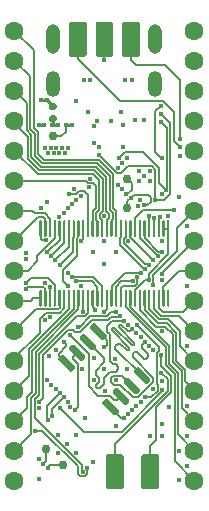
<source format=gbl>
G04 #@! TF.GenerationSoftware,KiCad,Pcbnew,5.1.9-1.fc33*
G04 #@! TF.CreationDate,2021-05-01T23:08:35+02:00*
G04 #@! TF.ProjectId,reDIP-SX,72654449-502d-4535-982e-6b696361645f,0.2*
G04 #@! TF.SameCoordinates,PX5e28010PY8011a50*
G04 #@! TF.FileFunction,Copper,L6,Bot*
G04 #@! TF.FilePolarity,Positive*
%FSLAX46Y46*%
G04 Gerber Fmt 4.6, Leading zero omitted, Abs format (unit mm)*
G04 Created by KiCad (PCBNEW 5.1.9-1.fc33) date 2021-05-01 23:08:35*
%MOMM*%
%LPD*%
G01*
G04 APERTURE LIST*
G04 #@! TA.AperFunction,ComponentPad*
%ADD10O,1.200000X2.500000*%
G04 #@! TD*
G04 #@! TA.AperFunction,ComponentPad*
%ADD11O,1.200000X2.200000*%
G04 #@! TD*
G04 #@! TA.AperFunction,ComponentPad*
%ADD12C,1.600000*%
G04 #@! TD*
G04 #@! TA.AperFunction,SMDPad,CuDef*
%ADD13C,0.750000*%
G04 #@! TD*
G04 #@! TA.AperFunction,ViaPad*
%ADD14C,0.400000*%
G04 #@! TD*
G04 #@! TA.AperFunction,Conductor*
%ADD15C,0.150000*%
G04 #@! TD*
G04 #@! TA.AperFunction,Conductor*
%ADD16C,0.200000*%
G04 #@! TD*
G04 #@! TA.AperFunction,Conductor*
%ADD17C,0.250000*%
G04 #@! TD*
G04 APERTURE END LIST*
G04 #@! TO.P,U10,28*
G04 #@! TO.N,/~CS~*
G04 #@! TA.AperFunction,SMDPad,CuDef*
G36*
G01*
X3590000Y17360000D02*
X3590000Y16060000D01*
G75*
G02*
X3540000Y16010000I-50000J0D01*
G01*
X3440000Y16010000D01*
G75*
G02*
X3390000Y16060000I0J50000D01*
G01*
X3390000Y17360000D01*
G75*
G02*
X3440000Y17410000I50000J0D01*
G01*
X3540000Y17410000D01*
G75*
G02*
X3590000Y17360000I0J-50000D01*
G01*
G37*
G04 #@! TD.AperFunction*
G04 #@! TO.P,U10,29*
G04 #@! TO.N,/ICE_~CS~*
G04 #@! TA.AperFunction,SMDPad,CuDef*
G36*
G01*
X3590000Y23260000D02*
X3590000Y21960000D01*
G75*
G02*
X3540000Y21910000I-50000J0D01*
G01*
X3440000Y21910000D01*
G75*
G02*
X3390000Y21960000I0J50000D01*
G01*
X3390000Y23260000D01*
G75*
G02*
X3440000Y23310000I50000J0D01*
G01*
X3540000Y23310000D01*
G75*
G02*
X3590000Y23260000I0J-50000D01*
G01*
G37*
G04 #@! TD.AperFunction*
G04 #@! TO.P,U10,27*
G04 #@! TO.N,/ICE_\u00D82*
G04 #@! TA.AperFunction,SMDPad,CuDef*
G36*
G01*
X3990000Y17360000D02*
X3990000Y16060000D01*
G75*
G02*
X3940000Y16010000I-50000J0D01*
G01*
X3840000Y16010000D01*
G75*
G02*
X3790000Y16060000I0J50000D01*
G01*
X3790000Y17360000D01*
G75*
G02*
X3840000Y17410000I50000J0D01*
G01*
X3940000Y17410000D01*
G75*
G02*
X3990000Y17360000I0J-50000D01*
G01*
G37*
G04 #@! TD.AperFunction*
G04 #@! TO.P,U10,30*
G04 #@! TO.N,/\u00D82*
G04 #@! TA.AperFunction,SMDPad,CuDef*
G36*
G01*
X3990000Y23260000D02*
X3990000Y21960000D01*
G75*
G02*
X3940000Y21910000I-50000J0D01*
G01*
X3840000Y21910000D01*
G75*
G02*
X3790000Y21960000I0J50000D01*
G01*
X3790000Y23260000D01*
G75*
G02*
X3840000Y23310000I50000J0D01*
G01*
X3940000Y23310000D01*
G75*
G02*
X3990000Y23260000I0J-50000D01*
G01*
G37*
G04 #@! TD.AperFunction*
G04 #@! TO.P,U10,26*
G04 #@! TO.N,/ICE_~RES~*
G04 #@! TA.AperFunction,SMDPad,CuDef*
G36*
G01*
X4390000Y17360000D02*
X4390000Y16060000D01*
G75*
G02*
X4340000Y16010000I-50000J0D01*
G01*
X4240000Y16010000D01*
G75*
G02*
X4190000Y16060000I0J50000D01*
G01*
X4190000Y17360000D01*
G75*
G02*
X4240000Y17410000I50000J0D01*
G01*
X4340000Y17410000D01*
G75*
G02*
X4390000Y17360000I0J-50000D01*
G01*
G37*
G04 #@! TD.AperFunction*
G04 #@! TO.P,U10,31*
G04 #@! TO.N,/~RES~*
G04 #@! TA.AperFunction,SMDPad,CuDef*
G36*
G01*
X4390000Y23260000D02*
X4390000Y21960000D01*
G75*
G02*
X4340000Y21910000I-50000J0D01*
G01*
X4240000Y21910000D01*
G75*
G02*
X4190000Y21960000I0J50000D01*
G01*
X4190000Y23260000D01*
G75*
G02*
X4240000Y23310000I50000J0D01*
G01*
X4340000Y23310000D01*
G75*
G02*
X4390000Y23260000I0J-50000D01*
G01*
G37*
G04 #@! TD.AperFunction*
G04 #@! TO.P,U10,25*
G04 #@! TO.N,/ICE_R_~W~*
G04 #@! TA.AperFunction,SMDPad,CuDef*
G36*
G01*
X4790000Y17360000D02*
X4790000Y16060000D01*
G75*
G02*
X4740000Y16010000I-50000J0D01*
G01*
X4640000Y16010000D01*
G75*
G02*
X4590000Y16060000I0J50000D01*
G01*
X4590000Y17360000D01*
G75*
G02*
X4640000Y17410000I50000J0D01*
G01*
X4740000Y17410000D01*
G75*
G02*
X4790000Y17360000I0J-50000D01*
G01*
G37*
G04 #@! TD.AperFunction*
G04 #@! TO.P,U10,32*
G04 #@! TO.N,/R_~W~*
G04 #@! TA.AperFunction,SMDPad,CuDef*
G36*
G01*
X4790000Y23260000D02*
X4790000Y21960000D01*
G75*
G02*
X4740000Y21910000I-50000J0D01*
G01*
X4640000Y21910000D01*
G75*
G02*
X4590000Y21960000I0J50000D01*
G01*
X4590000Y23260000D01*
G75*
G02*
X4640000Y23310000I50000J0D01*
G01*
X4740000Y23310000D01*
G75*
G02*
X4790000Y23260000I0J-50000D01*
G01*
G37*
G04 #@! TD.AperFunction*
G04 #@! TO.P,U10,24*
G04 #@! TO.N,/A0*
G04 #@! TA.AperFunction,SMDPad,CuDef*
G36*
G01*
X5190000Y17360000D02*
X5190000Y16060000D01*
G75*
G02*
X5140000Y16010000I-50000J0D01*
G01*
X5040000Y16010000D01*
G75*
G02*
X4990000Y16060000I0J50000D01*
G01*
X4990000Y17360000D01*
G75*
G02*
X5040000Y17410000I50000J0D01*
G01*
X5140000Y17410000D01*
G75*
G02*
X5190000Y17360000I0J-50000D01*
G01*
G37*
G04 #@! TD.AperFunction*
G04 #@! TO.P,U10,33*
G04 #@! TO.N,/ICE_A0*
G04 #@! TA.AperFunction,SMDPad,CuDef*
G36*
G01*
X5190000Y23260000D02*
X5190000Y21960000D01*
G75*
G02*
X5140000Y21910000I-50000J0D01*
G01*
X5040000Y21910000D01*
G75*
G02*
X4990000Y21960000I0J50000D01*
G01*
X4990000Y23260000D01*
G75*
G02*
X5040000Y23310000I50000J0D01*
G01*
X5140000Y23310000D01*
G75*
G02*
X5190000Y23260000I0J-50000D01*
G01*
G37*
G04 #@! TD.AperFunction*
G04 #@! TO.P,U10,23*
G04 #@! TO.N,/A1*
G04 #@! TA.AperFunction,SMDPad,CuDef*
G36*
G01*
X5590000Y17360000D02*
X5590000Y16060000D01*
G75*
G02*
X5540000Y16010000I-50000J0D01*
G01*
X5440000Y16010000D01*
G75*
G02*
X5390000Y16060000I0J50000D01*
G01*
X5390000Y17360000D01*
G75*
G02*
X5440000Y17410000I50000J0D01*
G01*
X5540000Y17410000D01*
G75*
G02*
X5590000Y17360000I0J-50000D01*
G01*
G37*
G04 #@! TD.AperFunction*
G04 #@! TO.P,U10,34*
G04 #@! TO.N,/ICE_A1*
G04 #@! TA.AperFunction,SMDPad,CuDef*
G36*
G01*
X5590000Y23260000D02*
X5590000Y21960000D01*
G75*
G02*
X5540000Y21910000I-50000J0D01*
G01*
X5440000Y21910000D01*
G75*
G02*
X5390000Y21960000I0J50000D01*
G01*
X5390000Y23260000D01*
G75*
G02*
X5440000Y23310000I50000J0D01*
G01*
X5540000Y23310000D01*
G75*
G02*
X5590000Y23260000I0J-50000D01*
G01*
G37*
G04 #@! TD.AperFunction*
G04 #@! TO.P,U10,22*
G04 #@! TO.N,/A2*
G04 #@! TA.AperFunction,SMDPad,CuDef*
G36*
G01*
X5990000Y17360000D02*
X5990000Y16060000D01*
G75*
G02*
X5940000Y16010000I-50000J0D01*
G01*
X5840000Y16010000D01*
G75*
G02*
X5790000Y16060000I0J50000D01*
G01*
X5790000Y17360000D01*
G75*
G02*
X5840000Y17410000I50000J0D01*
G01*
X5940000Y17410000D01*
G75*
G02*
X5990000Y17360000I0J-50000D01*
G01*
G37*
G04 #@! TD.AperFunction*
G04 #@! TO.P,U10,35*
G04 #@! TO.N,/ICE_A2*
G04 #@! TA.AperFunction,SMDPad,CuDef*
G36*
G01*
X5990000Y23260000D02*
X5990000Y21960000D01*
G75*
G02*
X5940000Y21910000I-50000J0D01*
G01*
X5840000Y21910000D01*
G75*
G02*
X5790000Y21960000I0J50000D01*
G01*
X5790000Y23260000D01*
G75*
G02*
X5840000Y23310000I50000J0D01*
G01*
X5940000Y23310000D01*
G75*
G02*
X5990000Y23260000I0J-50000D01*
G01*
G37*
G04 #@! TD.AperFunction*
G04 #@! TO.P,U10,21*
G04 #@! TO.N,/A3*
G04 #@! TA.AperFunction,SMDPad,CuDef*
G36*
G01*
X6390000Y17360000D02*
X6390000Y16060000D01*
G75*
G02*
X6340000Y16010000I-50000J0D01*
G01*
X6240000Y16010000D01*
G75*
G02*
X6190000Y16060000I0J50000D01*
G01*
X6190000Y17360000D01*
G75*
G02*
X6240000Y17410000I50000J0D01*
G01*
X6340000Y17410000D01*
G75*
G02*
X6390000Y17360000I0J-50000D01*
G01*
G37*
G04 #@! TD.AperFunction*
G04 #@! TO.P,U10,36*
G04 #@! TO.N,/ICE_A3*
G04 #@! TA.AperFunction,SMDPad,CuDef*
G36*
G01*
X6390000Y23260000D02*
X6390000Y21960000D01*
G75*
G02*
X6340000Y21910000I-50000J0D01*
G01*
X6240000Y21910000D01*
G75*
G02*
X6190000Y21960000I0J50000D01*
G01*
X6190000Y23260000D01*
G75*
G02*
X6240000Y23310000I50000J0D01*
G01*
X6340000Y23310000D01*
G75*
G02*
X6390000Y23260000I0J-50000D01*
G01*
G37*
G04 #@! TD.AperFunction*
G04 #@! TO.P,U10,20*
G04 #@! TO.N,/A4*
G04 #@! TA.AperFunction,SMDPad,CuDef*
G36*
G01*
X6790000Y17360000D02*
X6790000Y16060000D01*
G75*
G02*
X6740000Y16010000I-50000J0D01*
G01*
X6640000Y16010000D01*
G75*
G02*
X6590000Y16060000I0J50000D01*
G01*
X6590000Y17360000D01*
G75*
G02*
X6640000Y17410000I50000J0D01*
G01*
X6740000Y17410000D01*
G75*
G02*
X6790000Y17360000I0J-50000D01*
G01*
G37*
G04 #@! TD.AperFunction*
G04 #@! TO.P,U10,37*
G04 #@! TO.N,/ICE_A4*
G04 #@! TA.AperFunction,SMDPad,CuDef*
G36*
G01*
X6790000Y23260000D02*
X6790000Y21960000D01*
G75*
G02*
X6740000Y21910000I-50000J0D01*
G01*
X6640000Y21910000D01*
G75*
G02*
X6590000Y21960000I0J50000D01*
G01*
X6590000Y23260000D01*
G75*
G02*
X6640000Y23310000I50000J0D01*
G01*
X6740000Y23310000D01*
G75*
G02*
X6790000Y23260000I0J-50000D01*
G01*
G37*
G04 #@! TD.AperFunction*
G04 #@! TO.P,U10,19*
G04 #@! TO.N,GND*
G04 #@! TA.AperFunction,SMDPad,CuDef*
G36*
G01*
X7190000Y17360000D02*
X7190000Y16060000D01*
G75*
G02*
X7140000Y16010000I-50000J0D01*
G01*
X7040000Y16010000D01*
G75*
G02*
X6990000Y16060000I0J50000D01*
G01*
X6990000Y17360000D01*
G75*
G02*
X7040000Y17410000I50000J0D01*
G01*
X7140000Y17410000D01*
G75*
G02*
X7190000Y17360000I0J-50000D01*
G01*
G37*
G04 #@! TD.AperFunction*
G04 #@! TO.P,U10,38*
G04 #@! TA.AperFunction,SMDPad,CuDef*
G36*
G01*
X7190000Y23260000D02*
X7190000Y21960000D01*
G75*
G02*
X7140000Y21910000I-50000J0D01*
G01*
X7040000Y21910000D01*
G75*
G02*
X6990000Y21960000I0J50000D01*
G01*
X6990000Y23260000D01*
G75*
G02*
X7040000Y23310000I50000J0D01*
G01*
X7140000Y23310000D01*
G75*
G02*
X7190000Y23260000I0J-50000D01*
G01*
G37*
G04 #@! TD.AperFunction*
G04 #@! TO.P,U10,18*
G04 #@! TO.N,/VBUS_DET*
G04 #@! TA.AperFunction,SMDPad,CuDef*
G36*
G01*
X7590000Y17360000D02*
X7590000Y16060000D01*
G75*
G02*
X7540000Y16010000I-50000J0D01*
G01*
X7440000Y16010000D01*
G75*
G02*
X7390000Y16060000I0J50000D01*
G01*
X7390000Y17360000D01*
G75*
G02*
X7440000Y17410000I50000J0D01*
G01*
X7540000Y17410000D01*
G75*
G02*
X7590000Y17360000I0J-50000D01*
G01*
G37*
G04 #@! TD.AperFunction*
G04 #@! TO.P,U10,39*
G04 #@! TO.N,VBUS*
G04 #@! TA.AperFunction,SMDPad,CuDef*
G36*
G01*
X7590000Y23260000D02*
X7590000Y21960000D01*
G75*
G02*
X7540000Y21910000I-50000J0D01*
G01*
X7440000Y21910000D01*
G75*
G02*
X7390000Y21960000I0J50000D01*
G01*
X7390000Y23260000D01*
G75*
G02*
X7440000Y23310000I50000J0D01*
G01*
X7540000Y23310000D01*
G75*
G02*
X7590000Y23260000I0J-50000D01*
G01*
G37*
G04 #@! TD.AperFunction*
G04 #@! TO.P,U10,17*
G04 #@! TO.N,+5V*
G04 #@! TA.AperFunction,SMDPad,CuDef*
G36*
G01*
X7990000Y17360000D02*
X7990000Y16060000D01*
G75*
G02*
X7940000Y16010000I-50000J0D01*
G01*
X7840000Y16010000D01*
G75*
G02*
X7790000Y16060000I0J50000D01*
G01*
X7790000Y17360000D01*
G75*
G02*
X7840000Y17410000I50000J0D01*
G01*
X7940000Y17410000D01*
G75*
G02*
X7990000Y17360000I0J-50000D01*
G01*
G37*
G04 #@! TD.AperFunction*
G04 #@! TO.P,U10,40*
G04 #@! TO.N,/A8*
G04 #@! TA.AperFunction,SMDPad,CuDef*
G36*
G01*
X7990000Y23260000D02*
X7990000Y21960000D01*
G75*
G02*
X7940000Y21910000I-50000J0D01*
G01*
X7840000Y21910000D01*
G75*
G02*
X7790000Y21960000I0J50000D01*
G01*
X7790000Y23260000D01*
G75*
G02*
X7840000Y23310000I50000J0D01*
G01*
X7940000Y23310000D01*
G75*
G02*
X7990000Y23260000I0J-50000D01*
G01*
G37*
G04 #@! TD.AperFunction*
G04 #@! TO.P,U10,16*
G04 #@! TO.N,/ICE_A8*
G04 #@! TA.AperFunction,SMDPad,CuDef*
G36*
G01*
X8390000Y17360000D02*
X8390000Y16060000D01*
G75*
G02*
X8340000Y16010000I-50000J0D01*
G01*
X8240000Y16010000D01*
G75*
G02*
X8190000Y16060000I0J50000D01*
G01*
X8190000Y17360000D01*
G75*
G02*
X8240000Y17410000I50000J0D01*
G01*
X8340000Y17410000D01*
G75*
G02*
X8390000Y17360000I0J-50000D01*
G01*
G37*
G04 #@! TD.AperFunction*
G04 #@! TO.P,U10,41*
G04 #@! TO.N,/A7*
G04 #@! TA.AperFunction,SMDPad,CuDef*
G36*
G01*
X8390000Y23260000D02*
X8390000Y21960000D01*
G75*
G02*
X8340000Y21910000I-50000J0D01*
G01*
X8240000Y21910000D01*
G75*
G02*
X8190000Y21960000I0J50000D01*
G01*
X8190000Y23260000D01*
G75*
G02*
X8240000Y23310000I50000J0D01*
G01*
X8340000Y23310000D01*
G75*
G02*
X8390000Y23260000I0J-50000D01*
G01*
G37*
G04 #@! TD.AperFunction*
G04 #@! TO.P,U10,15*
G04 #@! TO.N,/ICE_A7*
G04 #@! TA.AperFunction,SMDPad,CuDef*
G36*
G01*
X8790000Y17360000D02*
X8790000Y16060000D01*
G75*
G02*
X8740000Y16010000I-50000J0D01*
G01*
X8640000Y16010000D01*
G75*
G02*
X8590000Y16060000I0J50000D01*
G01*
X8590000Y17360000D01*
G75*
G02*
X8640000Y17410000I50000J0D01*
G01*
X8740000Y17410000D01*
G75*
G02*
X8790000Y17360000I0J-50000D01*
G01*
G37*
G04 #@! TD.AperFunction*
G04 #@! TO.P,U10,42*
G04 #@! TO.N,/A6*
G04 #@! TA.AperFunction,SMDPad,CuDef*
G36*
G01*
X8790000Y23260000D02*
X8790000Y21960000D01*
G75*
G02*
X8740000Y21910000I-50000J0D01*
G01*
X8640000Y21910000D01*
G75*
G02*
X8590000Y21960000I0J50000D01*
G01*
X8590000Y23260000D01*
G75*
G02*
X8640000Y23310000I50000J0D01*
G01*
X8740000Y23310000D01*
G75*
G02*
X8790000Y23260000I0J-50000D01*
G01*
G37*
G04 #@! TD.AperFunction*
G04 #@! TO.P,U10,14*
G04 #@! TO.N,/ICE_A6*
G04 #@! TA.AperFunction,SMDPad,CuDef*
G36*
G01*
X9190000Y17360000D02*
X9190000Y16060000D01*
G75*
G02*
X9140000Y16010000I-50000J0D01*
G01*
X9040000Y16010000D01*
G75*
G02*
X8990000Y16060000I0J50000D01*
G01*
X8990000Y17360000D01*
G75*
G02*
X9040000Y17410000I50000J0D01*
G01*
X9140000Y17410000D01*
G75*
G02*
X9190000Y17360000I0J-50000D01*
G01*
G37*
G04 #@! TD.AperFunction*
G04 #@! TO.P,U10,43*
G04 #@! TO.N,/A5*
G04 #@! TA.AperFunction,SMDPad,CuDef*
G36*
G01*
X9190000Y23260000D02*
X9190000Y21960000D01*
G75*
G02*
X9140000Y21910000I-50000J0D01*
G01*
X9040000Y21910000D01*
G75*
G02*
X8990000Y21960000I0J50000D01*
G01*
X8990000Y23260000D01*
G75*
G02*
X9040000Y23310000I50000J0D01*
G01*
X9140000Y23310000D01*
G75*
G02*
X9190000Y23260000I0J-50000D01*
G01*
G37*
G04 #@! TD.AperFunction*
G04 #@! TO.P,U10,13*
G04 #@! TO.N,/ICE_A5*
G04 #@! TA.AperFunction,SMDPad,CuDef*
G36*
G01*
X9590000Y17360000D02*
X9590000Y16060000D01*
G75*
G02*
X9540000Y16010000I-50000J0D01*
G01*
X9440000Y16010000D01*
G75*
G02*
X9390000Y16060000I0J50000D01*
G01*
X9390000Y17360000D01*
G75*
G02*
X9440000Y17410000I50000J0D01*
G01*
X9540000Y17410000D01*
G75*
G02*
X9590000Y17360000I0J-50000D01*
G01*
G37*
G04 #@! TD.AperFunction*
G04 #@! TO.P,U10,44*
G04 #@! TO.N,/~IO2~*
G04 #@! TA.AperFunction,SMDPad,CuDef*
G36*
G01*
X9590000Y23260000D02*
X9590000Y21960000D01*
G75*
G02*
X9540000Y21910000I-50000J0D01*
G01*
X9440000Y21910000D01*
G75*
G02*
X9390000Y21960000I0J50000D01*
G01*
X9390000Y23260000D01*
G75*
G02*
X9440000Y23310000I50000J0D01*
G01*
X9540000Y23310000D01*
G75*
G02*
X9590000Y23260000I0J-50000D01*
G01*
G37*
G04 #@! TD.AperFunction*
G04 #@! TO.P,U10,12*
G04 #@! TO.N,/ICE_~IO2~*
G04 #@! TA.AperFunction,SMDPad,CuDef*
G36*
G01*
X9990000Y17360000D02*
X9990000Y16060000D01*
G75*
G02*
X9940000Y16010000I-50000J0D01*
G01*
X9840000Y16010000D01*
G75*
G02*
X9790000Y16060000I0J50000D01*
G01*
X9790000Y17360000D01*
G75*
G02*
X9840000Y17410000I50000J0D01*
G01*
X9940000Y17410000D01*
G75*
G02*
X9990000Y17360000I0J-50000D01*
G01*
G37*
G04 #@! TD.AperFunction*
G04 #@! TO.P,U10,45*
G04 #@! TO.N,/~IO1~*
G04 #@! TA.AperFunction,SMDPad,CuDef*
G36*
G01*
X9990000Y23260000D02*
X9990000Y21960000D01*
G75*
G02*
X9940000Y21910000I-50000J0D01*
G01*
X9840000Y21910000D01*
G75*
G02*
X9790000Y21960000I0J50000D01*
G01*
X9790000Y23260000D01*
G75*
G02*
X9840000Y23310000I50000J0D01*
G01*
X9940000Y23310000D01*
G75*
G02*
X9990000Y23260000I0J-50000D01*
G01*
G37*
G04 #@! TD.AperFunction*
G04 #@! TO.P,U10,11*
G04 #@! TO.N,/ICE_~IO1~*
G04 #@! TA.AperFunction,SMDPad,CuDef*
G36*
G01*
X10390000Y17360000D02*
X10390000Y16060000D01*
G75*
G02*
X10340000Y16010000I-50000J0D01*
G01*
X10240000Y16010000D01*
G75*
G02*
X10190000Y16060000I0J50000D01*
G01*
X10190000Y17360000D01*
G75*
G02*
X10240000Y17410000I50000J0D01*
G01*
X10340000Y17410000D01*
G75*
G02*
X10390000Y17360000I0J-50000D01*
G01*
G37*
G04 #@! TD.AperFunction*
G04 #@! TO.P,U10,46*
G04 #@! TO.N,/ICE_D0*
G04 #@! TA.AperFunction,SMDPad,CuDef*
G36*
G01*
X10390000Y23260000D02*
X10390000Y21960000D01*
G75*
G02*
X10340000Y21910000I-50000J0D01*
G01*
X10240000Y21910000D01*
G75*
G02*
X10190000Y21960000I0J50000D01*
G01*
X10190000Y23260000D01*
G75*
G02*
X10240000Y23310000I50000J0D01*
G01*
X10340000Y23310000D01*
G75*
G02*
X10390000Y23260000I0J-50000D01*
G01*
G37*
G04 #@! TD.AperFunction*
G04 #@! TO.P,U10,10*
G04 #@! TO.N,/D0*
G04 #@! TA.AperFunction,SMDPad,CuDef*
G36*
G01*
X10790000Y17360000D02*
X10790000Y16060000D01*
G75*
G02*
X10740000Y16010000I-50000J0D01*
G01*
X10640000Y16010000D01*
G75*
G02*
X10590000Y16060000I0J50000D01*
G01*
X10590000Y17360000D01*
G75*
G02*
X10640000Y17410000I50000J0D01*
G01*
X10740000Y17410000D01*
G75*
G02*
X10790000Y17360000I0J-50000D01*
G01*
G37*
G04 #@! TD.AperFunction*
G04 #@! TO.P,U10,47*
G04 #@! TO.N,/ICE_D1*
G04 #@! TA.AperFunction,SMDPad,CuDef*
G36*
G01*
X10790000Y23260000D02*
X10790000Y21960000D01*
G75*
G02*
X10740000Y21910000I-50000J0D01*
G01*
X10640000Y21910000D01*
G75*
G02*
X10590000Y21960000I0J50000D01*
G01*
X10590000Y23260000D01*
G75*
G02*
X10640000Y23310000I50000J0D01*
G01*
X10740000Y23310000D01*
G75*
G02*
X10790000Y23260000I0J-50000D01*
G01*
G37*
G04 #@! TD.AperFunction*
G04 #@! TO.P,U10,9*
G04 #@! TO.N,/D1*
G04 #@! TA.AperFunction,SMDPad,CuDef*
G36*
G01*
X11190000Y17360000D02*
X11190000Y16060000D01*
G75*
G02*
X11140000Y16010000I-50000J0D01*
G01*
X11040000Y16010000D01*
G75*
G02*
X10990000Y16060000I0J50000D01*
G01*
X10990000Y17360000D01*
G75*
G02*
X11040000Y17410000I50000J0D01*
G01*
X11140000Y17410000D01*
G75*
G02*
X11190000Y17360000I0J-50000D01*
G01*
G37*
G04 #@! TD.AperFunction*
G04 #@! TO.P,U10,48*
G04 #@! TO.N,/ICE_D2*
G04 #@! TA.AperFunction,SMDPad,CuDef*
G36*
G01*
X11190000Y23260000D02*
X11190000Y21960000D01*
G75*
G02*
X11140000Y21910000I-50000J0D01*
G01*
X11040000Y21910000D01*
G75*
G02*
X10990000Y21960000I0J50000D01*
G01*
X10990000Y23260000D01*
G75*
G02*
X11040000Y23310000I50000J0D01*
G01*
X11140000Y23310000D01*
G75*
G02*
X11190000Y23260000I0J-50000D01*
G01*
G37*
G04 #@! TD.AperFunction*
G04 #@! TO.P,U10,8*
G04 #@! TO.N,GND*
G04 #@! TA.AperFunction,SMDPad,CuDef*
G36*
G01*
X11590000Y17360000D02*
X11590000Y16060000D01*
G75*
G02*
X11540000Y16010000I-50000J0D01*
G01*
X11440000Y16010000D01*
G75*
G02*
X11390000Y16060000I0J50000D01*
G01*
X11390000Y17360000D01*
G75*
G02*
X11440000Y17410000I50000J0D01*
G01*
X11540000Y17410000D01*
G75*
G02*
X11590000Y17360000I0J-50000D01*
G01*
G37*
G04 #@! TD.AperFunction*
G04 #@! TO.P,U10,49*
G04 #@! TA.AperFunction,SMDPad,CuDef*
G36*
G01*
X11590000Y23260000D02*
X11590000Y21960000D01*
G75*
G02*
X11540000Y21910000I-50000J0D01*
G01*
X11440000Y21910000D01*
G75*
G02*
X11390000Y21960000I0J50000D01*
G01*
X11390000Y23260000D01*
G75*
G02*
X11440000Y23310000I50000J0D01*
G01*
X11540000Y23310000D01*
G75*
G02*
X11590000Y23260000I0J-50000D01*
G01*
G37*
G04 #@! TD.AperFunction*
G04 #@! TO.P,U10,7*
G04 #@! TO.N,/D2*
G04 #@! TA.AperFunction,SMDPad,CuDef*
G36*
G01*
X11990000Y17360000D02*
X11990000Y16060000D01*
G75*
G02*
X11940000Y16010000I-50000J0D01*
G01*
X11840000Y16010000D01*
G75*
G02*
X11790000Y16060000I0J50000D01*
G01*
X11790000Y17360000D01*
G75*
G02*
X11840000Y17410000I50000J0D01*
G01*
X11940000Y17410000D01*
G75*
G02*
X11990000Y17360000I0J-50000D01*
G01*
G37*
G04 #@! TD.AperFunction*
G04 #@! TO.P,U10,50*
G04 #@! TO.N,/ICE_D3*
G04 #@! TA.AperFunction,SMDPad,CuDef*
G36*
G01*
X11990000Y23260000D02*
X11990000Y21960000D01*
G75*
G02*
X11940000Y21910000I-50000J0D01*
G01*
X11840000Y21910000D01*
G75*
G02*
X11790000Y21960000I0J50000D01*
G01*
X11790000Y23260000D01*
G75*
G02*
X11840000Y23310000I50000J0D01*
G01*
X11940000Y23310000D01*
G75*
G02*
X11990000Y23260000I0J-50000D01*
G01*
G37*
G04 #@! TD.AperFunction*
G04 #@! TO.P,U10,6*
G04 #@! TO.N,/D3*
G04 #@! TA.AperFunction,SMDPad,CuDef*
G36*
G01*
X12390000Y17360000D02*
X12390000Y16060000D01*
G75*
G02*
X12340000Y16010000I-50000J0D01*
G01*
X12240000Y16010000D01*
G75*
G02*
X12190000Y16060000I0J50000D01*
G01*
X12190000Y17360000D01*
G75*
G02*
X12240000Y17410000I50000J0D01*
G01*
X12340000Y17410000D01*
G75*
G02*
X12390000Y17360000I0J-50000D01*
G01*
G37*
G04 #@! TD.AperFunction*
G04 #@! TO.P,U10,51*
G04 #@! TO.N,/ICE_D4*
G04 #@! TA.AperFunction,SMDPad,CuDef*
G36*
G01*
X12390000Y23260000D02*
X12390000Y21960000D01*
G75*
G02*
X12340000Y21910000I-50000J0D01*
G01*
X12240000Y21910000D01*
G75*
G02*
X12190000Y21960000I0J50000D01*
G01*
X12190000Y23260000D01*
G75*
G02*
X12240000Y23310000I50000J0D01*
G01*
X12340000Y23310000D01*
G75*
G02*
X12390000Y23260000I0J-50000D01*
G01*
G37*
G04 #@! TD.AperFunction*
G04 #@! TO.P,U10,5*
G04 #@! TO.N,/D4*
G04 #@! TA.AperFunction,SMDPad,CuDef*
G36*
G01*
X12790000Y17360000D02*
X12790000Y16060000D01*
G75*
G02*
X12740000Y16010000I-50000J0D01*
G01*
X12640000Y16010000D01*
G75*
G02*
X12590000Y16060000I0J50000D01*
G01*
X12590000Y17360000D01*
G75*
G02*
X12640000Y17410000I50000J0D01*
G01*
X12740000Y17410000D01*
G75*
G02*
X12790000Y17360000I0J-50000D01*
G01*
G37*
G04 #@! TD.AperFunction*
G04 #@! TO.P,U10,52*
G04 #@! TO.N,/ICE_D5*
G04 #@! TA.AperFunction,SMDPad,CuDef*
G36*
G01*
X12790000Y23260000D02*
X12790000Y21960000D01*
G75*
G02*
X12740000Y21910000I-50000J0D01*
G01*
X12640000Y21910000D01*
G75*
G02*
X12590000Y21960000I0J50000D01*
G01*
X12590000Y23260000D01*
G75*
G02*
X12640000Y23310000I50000J0D01*
G01*
X12740000Y23310000D01*
G75*
G02*
X12790000Y23260000I0J-50000D01*
G01*
G37*
G04 #@! TD.AperFunction*
G04 #@! TO.P,U10,4*
G04 #@! TO.N,/D5*
G04 #@! TA.AperFunction,SMDPad,CuDef*
G36*
G01*
X13190000Y17360000D02*
X13190000Y16060000D01*
G75*
G02*
X13140000Y16010000I-50000J0D01*
G01*
X13040000Y16010000D01*
G75*
G02*
X12990000Y16060000I0J50000D01*
G01*
X12990000Y17360000D01*
G75*
G02*
X13040000Y17410000I50000J0D01*
G01*
X13140000Y17410000D01*
G75*
G02*
X13190000Y17360000I0J-50000D01*
G01*
G37*
G04 #@! TD.AperFunction*
G04 #@! TO.P,U10,53*
G04 #@! TO.N,/ICE_D6*
G04 #@! TA.AperFunction,SMDPad,CuDef*
G36*
G01*
X13190000Y23260000D02*
X13190000Y21960000D01*
G75*
G02*
X13140000Y21910000I-50000J0D01*
G01*
X13040000Y21910000D01*
G75*
G02*
X12990000Y21960000I0J50000D01*
G01*
X12990000Y23260000D01*
G75*
G02*
X13040000Y23310000I50000J0D01*
G01*
X13140000Y23310000D01*
G75*
G02*
X13190000Y23260000I0J-50000D01*
G01*
G37*
G04 #@! TD.AperFunction*
G04 #@! TO.P,U10,3*
G04 #@! TO.N,/D6*
G04 #@! TA.AperFunction,SMDPad,CuDef*
G36*
G01*
X13590000Y17360000D02*
X13590000Y16060000D01*
G75*
G02*
X13540000Y16010000I-50000J0D01*
G01*
X13440000Y16010000D01*
G75*
G02*
X13390000Y16060000I0J50000D01*
G01*
X13390000Y17360000D01*
G75*
G02*
X13440000Y17410000I50000J0D01*
G01*
X13540000Y17410000D01*
G75*
G02*
X13590000Y17360000I0J-50000D01*
G01*
G37*
G04 #@! TD.AperFunction*
G04 #@! TO.P,U10,54*
G04 #@! TO.N,/ICE_D7*
G04 #@! TA.AperFunction,SMDPad,CuDef*
G36*
G01*
X13590000Y23260000D02*
X13590000Y21960000D01*
G75*
G02*
X13540000Y21910000I-50000J0D01*
G01*
X13440000Y21910000D01*
G75*
G02*
X13390000Y21960000I0J50000D01*
G01*
X13390000Y23260000D01*
G75*
G02*
X13440000Y23310000I50000J0D01*
G01*
X13540000Y23310000D01*
G75*
G02*
X13590000Y23260000I0J-50000D01*
G01*
G37*
G04 #@! TD.AperFunction*
G04 #@! TO.P,U10,2*
G04 #@! TO.N,/D7*
G04 #@! TA.AperFunction,SMDPad,CuDef*
G36*
G01*
X13990000Y17360000D02*
X13990000Y16060000D01*
G75*
G02*
X13940000Y16010000I-50000J0D01*
G01*
X13840000Y16010000D01*
G75*
G02*
X13790000Y16060000I0J50000D01*
G01*
X13790000Y17360000D01*
G75*
G02*
X13840000Y17410000I50000J0D01*
G01*
X13940000Y17410000D01*
G75*
G02*
X13990000Y17360000I0J-50000D01*
G01*
G37*
G04 #@! TD.AperFunction*
G04 #@! TO.P,U10,55*
G04 #@! TO.N,GND*
G04 #@! TA.AperFunction,SMDPad,CuDef*
G36*
G01*
X13990000Y23260000D02*
X13990000Y21960000D01*
G75*
G02*
X13940000Y21910000I-50000J0D01*
G01*
X13840000Y21910000D01*
G75*
G02*
X13790000Y21960000I0J50000D01*
G01*
X13790000Y23260000D01*
G75*
G02*
X13840000Y23310000I50000J0D01*
G01*
X13940000Y23310000D01*
G75*
G02*
X13990000Y23260000I0J-50000D01*
G01*
G37*
G04 #@! TD.AperFunction*
G04 #@! TO.P,U10,1*
G04 #@! TO.N,N/C*
G04 #@! TA.AperFunction,SMDPad,CuDef*
G36*
G01*
X14390000Y17360000D02*
X14390000Y16060000D01*
G75*
G02*
X14340000Y16010000I-50000J0D01*
G01*
X14240000Y16010000D01*
G75*
G02*
X14190000Y16060000I0J50000D01*
G01*
X14190000Y17360000D01*
G75*
G02*
X14240000Y17410000I50000J0D01*
G01*
X14340000Y17410000D01*
G75*
G02*
X14390000Y17360000I0J-50000D01*
G01*
G37*
G04 #@! TD.AperFunction*
G04 #@! TO.P,U10,56*
G04 #@! TO.N,GND*
G04 #@! TA.AperFunction,SMDPad,CuDef*
G36*
G01*
X14390000Y23260000D02*
X14390000Y21960000D01*
G75*
G02*
X14340000Y21910000I-50000J0D01*
G01*
X14240000Y21910000D01*
G75*
G02*
X14190000Y21960000I0J50000D01*
G01*
X14190000Y23260000D01*
G75*
G02*
X14240000Y23310000I50000J0D01*
G01*
X14340000Y23310000D01*
G75*
G02*
X14390000Y23260000I0J-50000D01*
G01*
G37*
G04 #@! TD.AperFunction*
G04 #@! TD*
D10*
G04 #@! TO.P,J1,S1*
G04 #@! TO.N,GND*
X13210000Y38690000D03*
X4570000Y38690000D03*
D11*
X13210000Y34865000D03*
X4570000Y34865000D03*
G04 #@! TD*
D12*
G04 #@! TO.P,J5,6*
G04 #@! TO.N,/A8*
X1270000Y26670000D03*
G04 #@! TO.P,J5,5*
G04 #@! TO.N,/A7*
X1270000Y29210000D03*
G04 #@! TO.P,J5,4*
G04 #@! TO.N,/A6*
X1270000Y31750000D03*
G04 #@! TO.P,J5,3*
G04 #@! TO.N,/A5*
X1270000Y34290000D03*
G04 #@! TO.P,J5,2*
G04 #@! TO.N,/~IO2~*
X1270000Y36830000D03*
G04 #@! TO.P,J5,1*
G04 #@! TO.N,/~IO1~*
X1270000Y39370000D03*
G04 #@! TD*
G04 #@! TO.P,JP1,2*
G04 #@! TO.N,+5V*
G04 #@! TA.AperFunction,SMDPad,CuDef*
G36*
G01*
X4335000Y32190000D02*
X4705000Y32190000D01*
G75*
G02*
X4840000Y32055000I0J-135000D01*
G01*
X4840000Y31785000D01*
G75*
G02*
X4705000Y31650000I-135000J0D01*
G01*
X4335000Y31650000D01*
G75*
G02*
X4200000Y31785000I0J135000D01*
G01*
X4200000Y32055000D01*
G75*
G02*
X4335000Y32190000I135000J0D01*
G01*
G37*
G04 #@! TD.AperFunction*
G04 #@! TO.P,JP1,1*
G04 #@! TO.N,VCC*
G04 #@! TA.AperFunction,SMDPad,CuDef*
G36*
G01*
X4335000Y33210000D02*
X4705000Y33210000D01*
G75*
G02*
X4840000Y33075000I0J-135000D01*
G01*
X4840000Y32805000D01*
G75*
G02*
X4705000Y32670000I-135000J0D01*
G01*
X4335000Y32670000D01*
G75*
G02*
X4200000Y32805000I0J135000D01*
G01*
X4200000Y33075000D01*
G75*
G02*
X4335000Y33210000I135000J0D01*
G01*
G37*
G04 #@! TD.AperFunction*
G04 #@! TD*
G04 #@! TO.P,J6,6*
G04 #@! TO.N,VCC*
X16510000Y26670000D03*
G04 #@! TO.P,J6,5*
G04 #@! TO.N,/EXT_IN*
X16510000Y29210000D03*
G04 #@! TO.P,J6,4*
G04 #@! TO.N,/AUDIO_OUT*
X16510000Y31750000D03*
G04 #@! TO.P,J6,3*
G04 #@! TO.N,/AUDIO_OUT_2*
X16510000Y34290000D03*
G04 #@! TO.P,J6,2*
G04 #@! TO.N,/EXT_IN_2*
X16510000Y36830000D03*
G04 #@! TO.P,J6,1*
G04 #@! TO.N,+3V3*
X16510000Y39370000D03*
G04 #@! TD*
G04 #@! TO.P,J4,1*
G04 #@! TO.N,/LINE_OUT*
G04 #@! TA.AperFunction,SMDPad,CuDef*
G36*
G01*
X11890000Y39990000D02*
X11890000Y37290000D01*
G75*
G02*
X11740000Y37140000I-150000J0D01*
G01*
X10540000Y37140000D01*
G75*
G02*
X10390000Y37290000I0J150000D01*
G01*
X10390000Y39990000D01*
G75*
G02*
X10540000Y40140000I150000J0D01*
G01*
X11740000Y40140000D01*
G75*
G02*
X11890000Y39990000I0J-150000D01*
G01*
G37*
G04 #@! TD.AperFunction*
G04 #@! TD*
G04 #@! TO.P,J11,1*
G04 #@! TO.N,/IO25*
G04 #@! TA.AperFunction,SMDPad,CuDef*
G36*
G01*
X13520000Y3380000D02*
X13520000Y680000D01*
G75*
G02*
X13370000Y530000I-150000J0D01*
G01*
X12170000Y530000D01*
G75*
G02*
X12020000Y680000I0J150000D01*
G01*
X12020000Y3380000D01*
G75*
G02*
X12170000Y3530000I150000J0D01*
G01*
X13370000Y3530000D01*
G75*
G02*
X13520000Y3380000I0J-150000D01*
G01*
G37*
G04 #@! TD.AperFunction*
G04 #@! TD*
G04 #@! TO.P,J10,1*
G04 #@! TO.N,/I35*
G04 #@! TA.AperFunction,SMDPad,CuDef*
G36*
G01*
X10520000Y3380000D02*
X10520000Y680000D01*
G75*
G02*
X10370000Y530000I-150000J0D01*
G01*
X9170000Y530000D01*
G75*
G02*
X9020000Y680000I0J150000D01*
G01*
X9020000Y3380000D01*
G75*
G02*
X9170000Y3530000I150000J0D01*
G01*
X10370000Y3530000D01*
G75*
G02*
X10520000Y3380000I0J-150000D01*
G01*
G37*
G04 #@! TD.AperFunction*
G04 #@! TD*
G04 #@! TO.P,J2,1*
G04 #@! TO.N,/LINE_OUT_2*
G04 #@! TA.AperFunction,SMDPad,CuDef*
G36*
G01*
X7390000Y39990000D02*
X7390000Y37290000D01*
G75*
G02*
X7240000Y37140000I-150000J0D01*
G01*
X6040000Y37140000D01*
G75*
G02*
X5890000Y37290000I0J150000D01*
G01*
X5890000Y39990000D01*
G75*
G02*
X6040000Y40140000I150000J0D01*
G01*
X7240000Y40140000D01*
G75*
G02*
X7390000Y39990000I0J-150000D01*
G01*
G37*
G04 #@! TD.AperFunction*
G04 #@! TD*
G04 #@! TO.P,J3,1*
G04 #@! TO.N,GND*
G04 #@! TA.AperFunction,SMDPad,CuDef*
G36*
G01*
X9640000Y39990000D02*
X9640000Y37290000D01*
G75*
G02*
X9490000Y37140000I-150000J0D01*
G01*
X8290000Y37140000D01*
G75*
G02*
X8140000Y37290000I0J150000D01*
G01*
X8140000Y39990000D01*
G75*
G02*
X8290000Y40140000I150000J0D01*
G01*
X9490000Y40140000D01*
G75*
G02*
X9640000Y39990000I0J-150000D01*
G01*
G37*
G04 #@! TD.AperFunction*
G04 #@! TD*
G04 #@! TO.P,J8,10*
G04 #@! TO.N,/D0*
X16510000Y1270000D03*
G04 #@! TO.P,J8,9*
G04 #@! TO.N,/D1*
X16510000Y3810000D03*
G04 #@! TO.P,J8,8*
G04 #@! TO.N,/D2*
X16510000Y6350000D03*
G04 #@! TO.P,J8,7*
G04 #@! TO.N,/D3*
X16510000Y8890000D03*
G04 #@! TO.P,J8,6*
G04 #@! TO.N,/D4*
X16510000Y11430000D03*
G04 #@! TO.P,J8,5*
G04 #@! TO.N,/D5*
X16510000Y13970000D03*
G04 #@! TO.P,J8,4*
G04 #@! TO.N,/D6*
X16510000Y16510000D03*
G04 #@! TO.P,J8,3*
G04 #@! TO.N,/D7*
X16510000Y19050000D03*
G04 #@! TO.P,J8,2*
G04 #@! TO.N,/POT_Y*
X16510000Y21590000D03*
G04 #@! TO.P,J8,1*
G04 #@! TO.N,/POT_X*
X16510000Y24130000D03*
G04 #@! TD*
D13*
G04 #@! TO.P,TP5,1*
G04 #@! TO.N,/D-*
X5360000Y2570000D03*
G04 #@! TD*
D12*
G04 #@! TO.P,J7,10*
G04 #@! TO.N,GND*
X1270000Y1270000D03*
G04 #@! TO.P,J7,9*
G04 #@! TO.N,/A4*
X1270000Y3810000D03*
G04 #@! TO.P,J7,8*
G04 #@! TO.N,/A3*
X1270000Y6350000D03*
G04 #@! TO.P,J7,7*
G04 #@! TO.N,/A2*
X1270000Y8890000D03*
G04 #@! TO.P,J7,6*
G04 #@! TO.N,/A1*
X1270000Y11430000D03*
G04 #@! TO.P,J7,5*
G04 #@! TO.N,/A0*
X1270000Y13970000D03*
G04 #@! TO.P,J7,4*
G04 #@! TO.N,/~CS~*
X1270000Y16510000D03*
G04 #@! TO.P,J7,3*
G04 #@! TO.N,/R_~W~*
X1270000Y19050000D03*
G04 #@! TO.P,J7,2*
G04 #@! TO.N,/\u00D82*
X1270000Y21590000D03*
G04 #@! TO.P,J7,1*
G04 #@! TO.N,/~RES~*
X1270000Y24130000D03*
G04 #@! TD*
G04 #@! TO.P,U9,8*
G04 #@! TO.N,+3V3*
G04 #@! TA.AperFunction,SMDPad,CuDef*
G36*
G01*
X8709688Y7964103D02*
X8921820Y8176235D01*
G75*
G02*
X9133952Y8176235I106066J-106066D01*
G01*
X10088546Y7221641D01*
G75*
G02*
X10088546Y7009509I-106066J-106066D01*
G01*
X9876414Y6797377D01*
G75*
G02*
X9664282Y6797377I-106066J106066D01*
G01*
X8709688Y7751971D01*
G75*
G02*
X8709688Y7964103I106066J106066D01*
G01*
G37*
G04 #@! TD.AperFunction*
G04 #@! TO.P,U9,7*
G04 #@! TO.N,/SPI_SIO3*
G04 #@! TA.AperFunction,SMDPad,CuDef*
G36*
G01*
X9607713Y8862129D02*
X9819845Y9074261D01*
G75*
G02*
X10031977Y9074261I106066J-106066D01*
G01*
X10986571Y8119667D01*
G75*
G02*
X10986571Y7907535I-106066J-106066D01*
G01*
X10774439Y7695403D01*
G75*
G02*
X10562307Y7695403I-106066J106066D01*
G01*
X9607713Y8649997D01*
G75*
G02*
X9607713Y8862129I106066J106066D01*
G01*
G37*
G04 #@! TD.AperFunction*
G04 #@! TO.P,U9,6*
G04 #@! TO.N,/SPI_SCLK*
G04 #@! TA.AperFunction,SMDPad,CuDef*
G36*
G01*
X10505739Y9760155D02*
X10717871Y9972287D01*
G75*
G02*
X10930003Y9972287I106066J-106066D01*
G01*
X11884597Y9017693D01*
G75*
G02*
X11884597Y8805561I-106066J-106066D01*
G01*
X11672465Y8593429D01*
G75*
G02*
X11460333Y8593429I-106066J106066D01*
G01*
X10505739Y9548023D01*
G75*
G02*
X10505739Y9760155I106066J106066D01*
G01*
G37*
G04 #@! TD.AperFunction*
G04 #@! TO.P,U9,5*
G04 #@! TO.N,/SPI_SIO0*
G04 #@! TA.AperFunction,SMDPad,CuDef*
G36*
G01*
X11403765Y10658180D02*
X11615897Y10870312D01*
G75*
G02*
X11828029Y10870312I106066J-106066D01*
G01*
X12782623Y9915718D01*
G75*
G02*
X12782623Y9703586I-106066J-106066D01*
G01*
X12570491Y9491454D01*
G75*
G02*
X12358359Y9491454I-106066J106066D01*
G01*
X11403765Y10446048D01*
G75*
G02*
X11403765Y10658180I106066J106066D01*
G01*
G37*
G04 #@! TD.AperFunction*
G04 #@! TO.P,U9,4*
G04 #@! TO.N,GND*
G04 #@! TA.AperFunction,SMDPad,CuDef*
G36*
G01*
X7691454Y14370491D02*
X7903586Y14582623D01*
G75*
G02*
X8115718Y14582623I106066J-106066D01*
G01*
X9070312Y13628029D01*
G75*
G02*
X9070312Y13415897I-106066J-106066D01*
G01*
X8858180Y13203765D01*
G75*
G02*
X8646048Y13203765I-106066J106066D01*
G01*
X7691454Y14158359D01*
G75*
G02*
X7691454Y14370491I106066J106066D01*
G01*
G37*
G04 #@! TD.AperFunction*
G04 #@! TO.P,U9,3*
G04 #@! TO.N,/SPI_SIO2*
G04 #@! TA.AperFunction,SMDPad,CuDef*
G36*
G01*
X6793429Y13472465D02*
X7005561Y13684597D01*
G75*
G02*
X7217693Y13684597I106066J-106066D01*
G01*
X8172287Y12730003D01*
G75*
G02*
X8172287Y12517871I-106066J-106066D01*
G01*
X7960155Y12305739D01*
G75*
G02*
X7748023Y12305739I-106066J106066D01*
G01*
X6793429Y13260333D01*
G75*
G02*
X6793429Y13472465I106066J106066D01*
G01*
G37*
G04 #@! TD.AperFunction*
G04 #@! TO.P,U9,2*
G04 #@! TO.N,/SPI_SIO1*
G04 #@! TA.AperFunction,SMDPad,CuDef*
G36*
G01*
X5895403Y12574439D02*
X6107535Y12786571D01*
G75*
G02*
X6319667Y12786571I106066J-106066D01*
G01*
X7274261Y11831977D01*
G75*
G02*
X7274261Y11619845I-106066J-106066D01*
G01*
X7062129Y11407713D01*
G75*
G02*
X6849997Y11407713I-106066J106066D01*
G01*
X5895403Y12362307D01*
G75*
G02*
X5895403Y12574439I106066J106066D01*
G01*
G37*
G04 #@! TD.AperFunction*
G04 #@! TO.P,U9,1*
G04 #@! TO.N,/SPI_RAM_~CS~*
G04 #@! TA.AperFunction,SMDPad,CuDef*
G36*
G01*
X4997377Y11676414D02*
X5209509Y11888546D01*
G75*
G02*
X5421641Y11888546I106066J-106066D01*
G01*
X6376235Y10933952D01*
G75*
G02*
X6376235Y10721820I-106066J-106066D01*
G01*
X6164103Y10509688D01*
G75*
G02*
X5951971Y10509688I-106066J106066D01*
G01*
X4997377Y11464282D01*
G75*
G02*
X4997377Y11676414I106066J106066D01*
G01*
G37*
G04 #@! TD.AperFunction*
G04 #@! TD*
D13*
G04 #@! TO.P,TP3,1*
G04 #@! TO.N,/I2C_SDA*
X10830000Y26850000D03*
G04 #@! TD*
G04 #@! TO.P,TP2,1*
G04 #@! TO.N,/I2C_SCL*
X10830000Y24350000D03*
G04 #@! TD*
G04 #@! TO.P,TP4,1*
G04 #@! TO.N,/D+*
X3940000Y3950000D03*
G04 #@! TD*
G04 #@! TO.P,TP1,1*
G04 #@! TO.N,+1V2*
X4520000Y30410000D03*
G04 #@! TD*
D14*
G04 #@! TO.N,GND*
X15910000Y17780000D03*
X2230000Y20070000D03*
X2230000Y20570000D03*
X14740000Y24200000D03*
X15290000Y28770000D03*
X5580000Y29040000D03*
X5080000Y29040000D03*
X3990000Y24840000D03*
X4330000Y29470000D03*
X4830000Y29470000D03*
X3830000Y29470000D03*
X6520000Y3580000D03*
X4970000Y3580000D03*
X4970000Y5130000D03*
X6510000Y5130000D03*
X12710000Y27500000D03*
X11830000Y26620000D03*
X12710000Y26620000D03*
X11830000Y27500000D03*
X12270000Y27060000D03*
X9830000Y9750000D03*
X10770000Y10700000D03*
X7020000Y10680000D03*
X7970000Y9760000D03*
X7970000Y11620000D03*
X9820000Y11600000D03*
X8890000Y10690000D03*
X8890000Y12550000D03*
X8890000Y21590000D03*
X9890000Y20610000D03*
X10890000Y21580000D03*
X8890000Y19600000D03*
X7900000Y20610000D03*
X6910000Y21590000D03*
X8890000Y23640000D03*
X5740000Y4360000D03*
X15910000Y2540000D03*
X3900000Y18040000D03*
X13780000Y6070000D03*
X8300000Y31760000D03*
X5330000Y29470000D03*
X4580000Y29040000D03*
X8900000Y8830000D03*
X7090000Y15590000D03*
X4260000Y15120000D03*
X4220000Y11820000D03*
X15210000Y25310000D03*
X15910000Y5080000D03*
X10430000Y31340000D03*
X3380000Y3060000D03*
X7940000Y2870000D03*
X4080000Y29040000D03*
X5830000Y29470000D03*
X12720000Y5080000D03*
X15210000Y3800000D03*
X15210000Y1290000D03*
X13780000Y5080000D03*
X6480000Y33440000D03*
X12630000Y18260000D03*
X8890000Y36890000D03*
X13800000Y21540000D03*
G04 #@! TO.N,+3V3*
X15910000Y22860000D03*
X3380000Y1400000D03*
X3850000Y14830000D03*
X3540000Y24390000D03*
X3810000Y31360000D03*
X9830000Y5860000D03*
X5960000Y7480000D03*
X4050000Y9750000D03*
X11600000Y13750000D03*
X13730000Y13930000D03*
X14390000Y7510000D03*
X10430000Y29510000D03*
X6870000Y17790000D03*
X13740000Y25510000D03*
X12240000Y31780000D03*
X11440000Y31780000D03*
X10890000Y6910000D03*
X10550000Y6570000D03*
X3310000Y31360000D03*
X3350000Y7410000D03*
X7240000Y6560000D03*
X6290000Y25920000D03*
G04 #@! TO.N,+1V2*
X5610000Y31360000D03*
X5810000Y18860000D03*
X14240000Y23670000D03*
X6110000Y31360000D03*
G04 #@! TO.N,VBUS*
X5910000Y25540000D03*
X9470000Y31760000D03*
X11240000Y35230000D03*
G04 #@! TO.N,/LINE_OUT_2*
X15270000Y29510000D03*
G04 #@! TO.N,/LINE_OUT*
X15270000Y30210000D03*
G04 #@! TO.N,/CC2*
X11960000Y7970000D03*
X7640000Y35230000D03*
G04 #@! TO.N,/CC1*
X7490000Y32480000D03*
X10640000Y35230000D03*
X11600000Y7620000D03*
G04 #@! TO.N,/POT_X*
X13030000Y17860000D03*
G04 #@! TO.N,/POT_Y*
X13800000Y18760000D03*
G04 #@! TO.N,/IO25*
X13700000Y11870000D03*
G04 #@! TO.N,/I2C_SDA*
X12680000Y12700000D03*
X10750000Y25570000D03*
G04 #@! TO.N,/I2C_SCL*
X13030000Y12340000D03*
X11110000Y25210000D03*
X12250000Y24610000D03*
G04 #@! TO.N,/A_SEL*
X8010000Y31320000D03*
X15910000Y7620000D03*
G04 #@! TO.N,/RXD*
X5470000Y8330000D03*
X4440000Y6720000D03*
G04 #@! TO.N,/TXD*
X5110000Y8680000D03*
X4080000Y6370000D03*
G04 #@! TO.N,/~CRESET~*
X11930000Y25000000D03*
X13730000Y9740000D03*
G04 #@! TO.N,/CDONE*
X13020000Y9030000D03*
X11750000Y24530000D03*
G04 #@! TO.N,/ICE_POT_X*
X15910000Y12700000D03*
X11250000Y7260000D03*
G04 #@! TO.N,/ICE_POT_Y*
X12310000Y8330000D03*
X11610000Y14460000D03*
G04 #@! TO.N,/ICE_A5*
X11980000Y18850000D03*
G04 #@! TO.N,/ICE_A6*
X8880000Y15580000D03*
G04 #@! TO.N,/ICE_A7*
X6160000Y18500000D03*
G04 #@! TO.N,/ICE_A8*
X6510000Y18140000D03*
G04 #@! TO.N,/ICE_~RES~*
X4260000Y17680000D03*
G04 #@! TO.N,/ICE_D4*
X13760000Y20620000D03*
G04 #@! TO.N,/ICE_D3*
X13400000Y20270000D03*
G04 #@! TO.N,/ICE_D2*
X13040000Y19920000D03*
G04 #@! TO.N,/ICE_D1*
X12690000Y19560000D03*
G04 #@! TO.N,/ICE_D0*
X12330000Y19210000D03*
G04 #@! TO.N,/ICE_A4*
X5840000Y17710000D03*
G04 #@! TO.N,/ICE_A3*
X5100000Y19550000D03*
G04 #@! TO.N,/ICE_\u00D82*
X2230000Y17530000D03*
G04 #@! TO.N,/ICE_A2*
X4740000Y19910000D03*
G04 #@! TO.N,/ICE_A1*
X4390000Y20270000D03*
G04 #@! TO.N,/ICE_A0*
X4030000Y20620000D03*
G04 #@! TO.N,/ICE_~CS~*
X3940000Y21610000D03*
G04 #@! TO.N,/ICE_R_~W~*
X2230000Y18030000D03*
G04 #@! TO.N,/ICE_D7*
X13620000Y23550000D03*
G04 #@! TO.N,/ICE_D6*
X13120000Y23540000D03*
G04 #@! TO.N,/ICE_D5*
X12640000Y23700000D03*
G04 #@! TO.N,/SBU1*
X7140000Y35230000D03*
X10290000Y32460000D03*
G04 #@! TO.N,/D-*
X4090000Y2350000D03*
X8390000Y29490000D03*
G04 #@! TO.N,/D+*
X3730000Y2700000D03*
X8010000Y29820000D03*
G04 #@! TO.N,+5V*
X4460000Y31360000D03*
X13800000Y18240000D03*
X8130000Y15720000D03*
X4960000Y31370000D03*
G04 #@! TO.N,/ICE_~IO2~*
X11270000Y18140000D03*
G04 #@! TO.N,/ICE_~IO1~*
X11620000Y18500000D03*
G04 #@! TO.N,Net-(C11-Pad1)*
X13760000Y28550000D03*
X13680000Y33010000D03*
G04 #@! TO.N,/ESP_EN*
X5130000Y7440000D03*
X13790000Y8980000D03*
G04 #@! TO.N,/VBUS_DET*
X7040000Y2000000D03*
G04 #@! TO.N,/I35*
X13700000Y10420000D03*
G04 #@! TO.N,Net-(C19-Pad2)*
X13680000Y31610000D03*
X14100000Y25860000D03*
X10150000Y28620000D03*
G04 #@! TO.N,Net-(C18-Pad2)*
X13680000Y32310000D03*
X13210000Y24990000D03*
X8410000Y28810000D03*
G04 #@! TO.N,Net-(R5-Pad1)*
X3040000Y5470000D03*
X7400000Y2350000D03*
G04 #@! TO.N,/SYS_CLK*
X3350000Y7910000D03*
X10760000Y28560000D03*
X10190000Y15180000D03*
X5450000Y23970000D03*
G04 #@! TO.N,/SPI_RAM_~CS~*
X5470000Y13050000D03*
X5080000Y23630000D03*
G04 #@! TO.N,/I2S_WCLK*
X10370000Y28170000D03*
X4400000Y9390000D03*
G04 #@! TO.N,/I2S_BCLK*
X10080000Y27760000D03*
X4760000Y12350000D03*
G04 #@! TO.N,/I2S_DOUT*
X4750000Y9030000D03*
X10040000Y26280000D03*
G04 #@! TO.N,/I2S_DIN*
X5820000Y7970000D03*
X10400000Y25930000D03*
G04 #@! TO.N,/SPI_SIO3*
X6690000Y14300000D03*
X5980000Y13590000D03*
X9830000Y15530000D03*
X5800000Y24330000D03*
G04 #@! TO.N,/SPI_SIO2*
X10540000Y14820000D03*
X6160000Y24680000D03*
G04 #@! TO.N,/SPI_ICE_~CS~*
X10900000Y14470000D03*
X6870000Y25400000D03*
G04 #@! TO.N,/SPI_SIO0*
X11250000Y14110000D03*
X7570000Y26090000D03*
G04 #@! TO.N,/SPI_SIO1*
X11970000Y13410000D03*
X6520000Y25040000D03*
X6420000Y7280000D03*
G04 #@! TO.N,/SPI_SCLK*
X7690000Y26850000D03*
X12320000Y13050000D03*
G04 #@! TO.N,VCC*
X4050000Y33460000D03*
X3550000Y33460000D03*
G04 #@! TD*
D15*
G04 #@! TO.N,GND*
X8890000Y12550000D02*
X9070000Y12730000D01*
X9070000Y13204077D02*
X8380883Y13893194D01*
X9070000Y12730000D02*
X9070000Y13204077D01*
D16*
X7090000Y21770000D02*
X7090000Y22610000D01*
X6910000Y21590000D02*
X7090000Y21770000D01*
X7090000Y15590000D02*
X7090000Y16710000D01*
X14290000Y22610000D02*
X13890000Y22610000D01*
X12333924Y18260000D02*
X12630000Y18260000D01*
X11490000Y17416076D02*
X12333924Y18260000D01*
X11490000Y16710000D02*
X11490000Y17416076D01*
D15*
X13210000Y34865000D02*
X13210000Y35230000D01*
X8890000Y36890000D02*
X8890000Y38640000D01*
D16*
X11490000Y23530000D02*
X12160000Y24200000D01*
X12160000Y24200000D02*
X14740000Y24200000D01*
X11490000Y22610000D02*
X11490000Y23530000D01*
X14290000Y22610000D02*
X14290000Y20440000D01*
X14290000Y20440000D02*
X12630000Y18780000D01*
X12630000Y18780000D02*
X12630000Y18260000D01*
D17*
G04 #@! TO.N,+3V3*
X3310000Y31360000D02*
X3810000Y31360000D01*
D16*
X10315923Y6570000D02*
X10550000Y6570000D01*
X9399117Y7486806D02*
X10315923Y6570000D01*
D17*
G04 #@! TO.N,+1V2*
X5610000Y31360000D02*
X6110000Y31360000D01*
D15*
X4520000Y30410000D02*
X5230000Y30410000D01*
X5610000Y30790000D02*
X5610000Y31360000D01*
X5230000Y30410000D02*
X5610000Y30790000D01*
G04 #@! TO.N,VBUS*
X7490000Y25450000D02*
X7490000Y22610000D01*
X7150000Y25790000D02*
X7490000Y25450000D01*
X6715002Y25790000D02*
X6465002Y25540000D01*
X6465002Y25540000D02*
X5910000Y25540000D01*
X7150000Y25790000D02*
X6715002Y25790000D01*
G04 #@! TO.N,/LINE_OUT_2*
X10184999Y33385001D02*
X6640000Y36930000D01*
X13864999Y33385001D02*
X10184999Y33385001D01*
X14780000Y32470000D02*
X13864999Y33385001D01*
X6640000Y36930000D02*
X6640000Y38640000D01*
X14780000Y30000000D02*
X15270000Y29510000D01*
X14780000Y32470000D02*
X14780000Y30000000D01*
G04 #@! TO.N,/LINE_OUT*
X15270000Y35180000D02*
X15270000Y30210000D01*
X13980000Y36470000D02*
X15270000Y35180000D01*
X11550000Y36470000D02*
X13980000Y36470000D01*
X11140000Y36880000D02*
X11550000Y36470000D01*
X11140000Y38640000D02*
X11140000Y36880000D01*
G04 #@! TO.N,/POT_X*
X16510000Y24130000D02*
X15020000Y22640000D01*
X15020000Y22640000D02*
X15020000Y20690000D01*
X13030000Y18700000D02*
X13030000Y17860000D01*
X15020000Y20690000D02*
X13030000Y18700000D01*
G04 #@! TO.N,/POT_Y*
X13800000Y18760000D02*
X13800000Y18880000D01*
X16510000Y21590000D02*
X13800000Y18880000D01*
G04 #@! TO.N,/IO25*
X13250000Y7481002D02*
X13250000Y4680000D01*
X14530000Y8761002D02*
X13250000Y7481002D01*
X14530000Y10160000D02*
X14530000Y8761002D01*
X13700000Y10990000D02*
X14530000Y10160000D01*
X12770000Y4200000D02*
X12770000Y2030000D01*
X13250000Y4680000D02*
X12770000Y4200000D01*
X13700000Y10990000D02*
X13700000Y11870000D01*
G04 #@! TO.N,/I2C_SDA*
X10830000Y26850000D02*
X11190000Y26490000D01*
X11190000Y25910000D02*
X10820000Y25540000D01*
X11190000Y26490000D02*
X11190000Y25910000D01*
G04 #@! TO.N,/I2C_SCL*
X12595002Y25470000D02*
X11370000Y25470000D01*
X11370000Y25470000D02*
X11110000Y25210000D01*
X12805001Y25260001D02*
X12595002Y25470000D01*
X12805001Y24899999D02*
X12805001Y25260001D01*
X12515002Y24610000D02*
X12805001Y24899999D01*
X12250000Y24610000D02*
X12515002Y24610000D01*
X10830000Y24930000D02*
X11110000Y25210000D01*
X10830000Y24350000D02*
X10830000Y24930000D01*
G04 #@! TO.N,/RXD*
X4440000Y7300000D02*
X4440000Y6720000D01*
X4440000Y7300000D02*
X5470000Y8330000D01*
G04 #@! TO.N,/TXD*
X4030000Y6420000D02*
X4030000Y7590000D01*
X4080000Y6370000D02*
X4030000Y6420000D01*
X5110000Y8670000D02*
X5110000Y8680000D01*
X4030000Y7590000D02*
X5110000Y8670000D01*
G04 #@! TO.N,/A5*
X2295001Y33264999D02*
X1270000Y34290000D01*
X2295001Y30934441D02*
X2295001Y33264999D01*
X2700010Y28634268D02*
X2700010Y30529432D01*
X9040000Y26947166D02*
X8157186Y27829980D01*
X9040000Y24070000D02*
X9040000Y26947166D01*
X9270000Y23480000D02*
X9270000Y23840000D01*
X2700010Y30529432D02*
X2295001Y30934441D01*
X3504297Y27829981D02*
X2700010Y28634268D01*
X8157186Y27829980D02*
X3504297Y27829981D01*
X9270000Y23840000D02*
X9040000Y24070000D01*
X9090000Y23300000D02*
X9270000Y23480000D01*
X9090000Y22610000D02*
X9090000Y23300000D01*
G04 #@! TO.N,/A6*
X8690000Y23300000D02*
X8514999Y23475001D01*
X8690000Y22610000D02*
X8690000Y23300000D01*
X1270000Y31535164D02*
X1270000Y31750000D01*
X2400000Y30405164D02*
X1270000Y31535164D01*
X2400000Y28510000D02*
X2400000Y30405164D01*
X3380030Y27529972D02*
X2400000Y28510000D01*
X8740000Y26822888D02*
X8032916Y27529972D01*
X8740000Y24070000D02*
X8740000Y26822888D01*
X8510000Y23840000D02*
X8740000Y24070000D01*
X8032916Y27529972D02*
X3380030Y27529972D01*
X8510000Y23480000D02*
X8510000Y23840000D01*
G04 #@! TO.N,/A7*
X7908648Y27229962D02*
X3250038Y27229962D01*
X8439990Y26698620D02*
X7908648Y27229962D01*
X8439990Y24199990D02*
X8439990Y26698620D01*
X8210000Y23970000D02*
X8439990Y24199990D01*
X8290000Y23280000D02*
X8210000Y23360000D01*
X3250038Y27229962D02*
X1270000Y29210000D01*
X8210000Y23360000D02*
X8210000Y23970000D01*
X8290000Y22610000D02*
X8290000Y23280000D01*
G04 #@! TO.N,/A8*
X7314999Y26669999D02*
X1270000Y26670000D01*
X7519997Y26465001D02*
X7314999Y26669999D01*
X7904999Y26465001D02*
X7519997Y26465001D01*
X8139980Y24324258D02*
X8139980Y26230020D01*
X7890000Y24074278D02*
X8139980Y24324258D01*
X8139980Y26230020D02*
X7904999Y26465001D01*
X7890000Y22610000D02*
X7890000Y24074278D01*
G04 #@! TO.N,/~RES~*
X4290000Y23450000D02*
X4290000Y22610000D01*
X3850000Y23890000D02*
X4290000Y23450000D01*
X2970000Y23890000D02*
X3850000Y23890000D01*
X2730000Y24130000D02*
X2970000Y23890000D01*
X1270000Y24130000D02*
X2730000Y24130000D01*
G04 #@! TO.N,/D4*
X12690000Y16710000D02*
X12690000Y15780000D01*
X12690000Y15780000D02*
X13540000Y14930000D01*
X13540000Y14930000D02*
X14280000Y14930000D01*
X16510000Y11430000D02*
X15300000Y12640000D01*
X15300000Y13910000D02*
X14280000Y14930000D01*
X15300000Y12640000D02*
X15300000Y13910000D01*
G04 #@! TO.N,/D3*
X13410000Y14620000D02*
X14160000Y14620000D01*
X12290000Y15740000D02*
X13410000Y14620000D01*
X12290000Y16710000D02*
X12290000Y15740000D01*
X16510000Y8890000D02*
X15730000Y9670000D01*
X15730000Y9670000D02*
X15730000Y10670000D01*
X15730000Y10670000D02*
X14990000Y11410000D01*
X14990000Y13790000D02*
X14160000Y14620000D01*
X14990000Y11410000D02*
X14990000Y13790000D01*
G04 #@! TO.N,/D2*
X15425021Y7434979D02*
X16510000Y6350000D01*
X13280000Y14310000D02*
X14030000Y14310000D01*
X11890000Y15700000D02*
X13280000Y14310000D01*
X11890000Y16710000D02*
X11890000Y15700000D01*
X15425021Y7434979D02*
X15425021Y10544979D01*
X15425021Y10544979D02*
X14690000Y11280000D01*
X14690000Y13650000D02*
X14030000Y14310000D01*
X14690000Y11280000D02*
X14690000Y13650000D01*
G04 #@! TO.N,/D1*
X15125011Y10424989D02*
X15125011Y5194989D01*
X14390000Y11160000D02*
X15125011Y10424989D01*
X14390000Y12670000D02*
X14390000Y11160000D01*
X11090000Y15970000D02*
X14390000Y12670000D01*
X15125011Y5194989D02*
X16510000Y3810000D01*
X11090000Y16710000D02*
X11090000Y15970000D01*
G04 #@! TO.N,/D0*
X14830000Y2950000D02*
X16510000Y1270000D01*
X14830000Y10280000D02*
X14830000Y2950000D01*
X14080000Y11030000D02*
X14830000Y10280000D01*
X14080000Y12550000D02*
X14080000Y11030000D01*
X10690000Y15940000D02*
X14080000Y12550000D01*
X10690000Y16710000D02*
X10690000Y15940000D01*
G04 #@! TO.N,/A4*
X2660000Y5200000D02*
X2660000Y8275722D01*
X1270000Y3810000D02*
X2660000Y5200000D01*
X6690000Y16710000D02*
X6690000Y15777558D01*
X6690000Y15777558D02*
X3069980Y12157538D01*
X3069980Y8685702D02*
X2660000Y8275722D01*
X3069980Y12157538D02*
X3069980Y8685702D01*
G04 #@! TO.N,/A3*
X2350000Y7430000D02*
X2350000Y8390000D01*
X1270000Y6350000D02*
X2350000Y7430000D01*
X6290000Y16710000D02*
X6290000Y15801836D01*
X6290000Y15801836D02*
X2769970Y12281806D01*
X2769970Y8809970D02*
X2350000Y8390000D01*
X2769970Y12281806D02*
X2769970Y8809970D01*
G04 #@! TO.N,/\u00D82*
X3890000Y22610000D02*
X3890000Y23430000D01*
X3890000Y23430000D02*
X3730000Y23590000D01*
X3270000Y23590000D02*
X3730000Y23590000D01*
X1270000Y21590000D02*
X3270000Y23590000D01*
G04 #@! TO.N,/A2*
X5890000Y16710000D02*
X5890000Y15826114D01*
X5890000Y15826114D02*
X2469960Y12406074D01*
X2469960Y10089960D02*
X1270000Y8890000D01*
X2469960Y12406074D02*
X2469960Y10089960D01*
G04 #@! TO.N,/A1*
X5490000Y16710000D02*
X5490000Y15855722D01*
X1270000Y11630392D02*
X1270000Y11430000D01*
X3424999Y13785391D02*
X1270000Y11630392D01*
X3424999Y14994999D02*
X3424999Y13785391D01*
X3930000Y15500000D02*
X3424999Y14994999D01*
X5134278Y15500000D02*
X5490000Y15855722D01*
X3930000Y15500000D02*
X5134278Y15500000D01*
G04 #@! TO.N,/A0*
X3080000Y15780000D02*
X1270000Y13970000D01*
X5090000Y15880000D02*
X4990000Y15780000D01*
X5090000Y16710000D02*
X5090000Y15880000D01*
X4990000Y15780000D02*
X3080000Y15780000D01*
G04 #@! TO.N,/~CS~*
X3490000Y16710000D02*
X2880000Y16710000D01*
X2680000Y16510000D02*
X1270000Y16510000D01*
X2880000Y16710000D02*
X2680000Y16510000D01*
G04 #@! TO.N,/R_~W~*
X4690000Y21820000D02*
X4690000Y22610000D01*
X3190000Y20320000D02*
X4690000Y21820000D01*
X3190000Y20320000D02*
X3190000Y19830000D01*
X2410000Y19050000D02*
X1270000Y19050000D01*
X3190000Y19830000D02*
X2410000Y19050000D01*
G04 #@! TO.N,/D7*
X13890000Y17700000D02*
X13890000Y16710000D01*
X15240000Y19050000D02*
X16510000Y19050000D01*
X13890000Y17700000D02*
X15240000Y19050000D01*
G04 #@! TO.N,/D6*
X13490000Y15880000D02*
X13490000Y16710000D01*
X13820000Y15550000D02*
X13490000Y15880000D01*
X15550000Y15550000D02*
X13820000Y15550000D01*
X16510000Y16510000D02*
X15550000Y15550000D01*
G04 #@! TO.N,/D5*
X13090000Y15840000D02*
X13090000Y16710000D01*
X13690000Y15240000D02*
X13090000Y15840000D01*
X15240000Y15240000D02*
X13690000Y15240000D01*
X16510000Y13970000D02*
X15240000Y15240000D01*
G04 #@! TO.N,/ICE_POT_Y*
X12290000Y8350000D02*
X12290000Y8330000D01*
X13414999Y8878565D02*
X12866434Y8330000D01*
X13414999Y9385001D02*
X13414999Y8878565D01*
X13324999Y9475001D02*
X13414999Y9385001D01*
X13324999Y12050001D02*
X13324999Y9475001D01*
X13519999Y12245001D02*
X13324999Y12050001D01*
X13520000Y12550000D02*
X13519999Y12245001D01*
X12866434Y8330000D02*
X12310000Y8330000D01*
X11610000Y14460000D02*
X13520000Y12550000D01*
G04 #@! TO.N,/ICE_A5*
X9490000Y17730000D02*
X9490000Y16710000D01*
X10640000Y18880000D02*
X9490000Y17730000D01*
X11950000Y18880000D02*
X11980000Y18850000D01*
X10640000Y18880000D02*
X11950000Y18880000D01*
G04 #@! TO.N,/ICE_A6*
X9090000Y15790000D02*
X9090000Y16710000D01*
X8880000Y15580000D02*
X9090000Y15790000D01*
G04 #@! TO.N,/ICE_A7*
X8690000Y17780000D02*
X8690000Y16710000D01*
X6175001Y18515001D02*
X6160000Y18500000D01*
X7954999Y18515001D02*
X6175001Y18515001D01*
X8690000Y17780000D02*
X7954999Y18515001D01*
G04 #@! TO.N,/ICE_A8*
X8290000Y17690000D02*
X8290000Y16710000D01*
X6535001Y18165001D02*
X6510000Y18140000D01*
X7814999Y18165001D02*
X6535001Y18165001D01*
X8290000Y17690000D02*
X7814999Y18165001D01*
G04 #@! TO.N,/ICE_~RES~*
X4290000Y17660000D02*
X4290000Y16710000D01*
G04 #@! TO.N,/ICE_D4*
X13720000Y20660000D02*
X13760000Y20620000D01*
X12290000Y21780000D02*
X13410000Y20660000D01*
X13410000Y20660000D02*
X13720000Y20660000D01*
X12290000Y22610000D02*
X12290000Y21780000D01*
G04 #@! TO.N,/ICE_D3*
X11890000Y21780000D02*
X13400000Y20270000D01*
X11890000Y22610000D02*
X11890000Y21780000D01*
G04 #@! TO.N,/ICE_D2*
X11090000Y21920000D02*
X11090000Y22610000D01*
X13040000Y19970000D02*
X11090000Y21920000D01*
X13040000Y19920000D02*
X13040000Y19970000D01*
G04 #@! TO.N,/ICE_D1*
X10510000Y21404998D02*
X12324998Y19590000D01*
X10690000Y21920000D02*
X10510000Y21740000D01*
X10510000Y21740000D02*
X10510000Y21404998D01*
X10690000Y22610000D02*
X10690000Y21920000D01*
X12660000Y19590000D02*
X12690000Y19560000D01*
X12324998Y19590000D02*
X12660000Y19590000D01*
G04 #@! TO.N,/ICE_D0*
X12280000Y19210000D02*
X12330000Y19210000D01*
X10230000Y21260000D02*
X12280000Y19210000D01*
X10230000Y21850000D02*
X10230000Y21260000D01*
X10290000Y21910000D02*
X10230000Y21850000D01*
X10290000Y22610000D02*
X10290000Y21910000D01*
G04 #@! TO.N,/ICE_A4*
X5350000Y18200000D02*
X5840000Y17710000D01*
X5350000Y19110000D02*
X5350000Y18200000D01*
X6530000Y20290000D02*
X5350000Y19110000D01*
X6530000Y21750000D02*
X6530000Y20290000D01*
X6690000Y21910000D02*
X6530000Y21750000D01*
X6690000Y22610000D02*
X6690000Y21910000D01*
G04 #@! TO.N,/ICE_A3*
X6220000Y20670000D02*
X5100000Y19550000D01*
X6220000Y21820000D02*
X6220000Y20670000D01*
X6290000Y21890000D02*
X6220000Y21820000D01*
X6290000Y22610000D02*
X6290000Y21890000D01*
G04 #@! TO.N,/ICE_\u00D82*
X3890000Y16710000D02*
X3890000Y17530000D01*
X3890000Y17530000D02*
X3780000Y17640000D01*
X2340000Y17640000D02*
X2230000Y17530000D01*
X3780000Y17640000D02*
X2340000Y17640000D01*
G04 #@! TO.N,/ICE_A2*
X5890000Y21060000D02*
X5890000Y22610000D01*
X5890000Y21060000D02*
X4740000Y19910000D01*
G04 #@! TO.N,/ICE_A1*
X5490000Y21370000D02*
X5490000Y22610000D01*
X5490000Y21370000D02*
X4390000Y20270000D01*
G04 #@! TO.N,/ICE_A0*
X5090000Y21680000D02*
X5090000Y22610000D01*
X5090000Y21680000D02*
X4030000Y20620000D01*
G04 #@! TO.N,/ICE_~CS~*
X3490000Y21760000D02*
X3490000Y22610000D01*
X3640000Y21610000D02*
X3950000Y21610000D01*
X3490000Y21760000D02*
X3640000Y21610000D01*
G04 #@! TO.N,/ICE_R_~W~*
X2660000Y18460000D02*
X2230000Y18030000D01*
X4080000Y18460000D02*
X2660000Y18460000D01*
X4690000Y17850000D02*
X4080000Y18460000D01*
X4690000Y16710000D02*
X4690000Y17850000D01*
G04 #@! TO.N,/ICE_D7*
X13490000Y23420000D02*
X13490000Y22610000D01*
X13620000Y23550000D02*
X13490000Y23420000D01*
G04 #@! TO.N,/ICE_D6*
X13090000Y23510000D02*
X13120000Y23540000D01*
X13090000Y22610000D02*
X13090000Y23510000D01*
G04 #@! TO.N,/ICE_D5*
X12690000Y23650000D02*
X12640000Y23700000D01*
X12690000Y22610000D02*
X12690000Y23650000D01*
G04 #@! TO.N,/D-*
X5360000Y2570000D02*
X4310000Y2570000D01*
X4310000Y2570000D02*
X4090000Y2350000D01*
G04 #@! TO.N,/D+*
X3940000Y3950000D02*
X3940000Y2900000D01*
X3930000Y2900000D02*
X3730000Y2700000D01*
X3940000Y2900000D02*
X3930000Y2900000D01*
D17*
G04 #@! TO.N,+5V*
X4520000Y31420000D02*
X4460000Y31360000D01*
X4520000Y31920000D02*
X4520000Y31420000D01*
X4950000Y31360000D02*
X4960000Y31370000D01*
X4460000Y31360000D02*
X4950000Y31360000D01*
D16*
X7890000Y15960000D02*
X8130000Y15720000D01*
X7890000Y16710000D02*
X7890000Y15960000D01*
D15*
G04 #@! TO.N,/~IO2~*
X3000020Y30653700D02*
X2609989Y31043731D01*
X2609989Y35490011D02*
X1270000Y36830000D01*
X3000020Y28758536D02*
X3000020Y30653700D01*
X3628566Y28129990D02*
X3000020Y28758536D01*
X8281454Y28129990D02*
X3628566Y28129990D01*
X9340010Y27071434D02*
X8281454Y28129990D01*
X9340010Y24195712D02*
X9340010Y27071434D01*
X9580000Y23955722D02*
X9340010Y24195712D01*
X2609989Y31043731D02*
X2609989Y35490011D01*
X9580000Y23390000D02*
X9580000Y23955722D01*
X9490000Y23300000D02*
X9580000Y23390000D01*
X9490000Y22610000D02*
X9490000Y23300000D01*
G04 #@! TO.N,/~IO1~*
X2909999Y31167999D02*
X2909999Y37730001D01*
X2909999Y37730001D02*
X1270000Y39370000D01*
X3300030Y28882804D02*
X3300030Y30777968D01*
X8405722Y28430000D02*
X3752834Y28430000D01*
X3300030Y30777968D02*
X2909999Y31167999D01*
X3752834Y28430000D02*
X3300030Y28882804D01*
X9640020Y24319980D02*
X9640020Y27195702D01*
X9890000Y24070000D02*
X9640020Y24319980D01*
X9640020Y27195702D02*
X8405722Y28430000D01*
X9890000Y22610000D02*
X9890000Y24070000D01*
G04 #@! TO.N,/ICE_~IO2~*
X9890000Y17700000D02*
X9890000Y16710000D01*
X10330000Y18140000D02*
X11270000Y18140000D01*
X9890000Y17700000D02*
X10330000Y18140000D01*
G04 #@! TO.N,/ICE_~IO1~*
X10290000Y16710000D02*
X10290000Y17560000D01*
X10290000Y17560000D02*
X10494999Y17764999D01*
X11450001Y17764999D02*
X11645001Y17959999D01*
X10494999Y17764999D02*
X11450001Y17764999D01*
X11645001Y18474999D02*
X11620000Y18500000D01*
X11645001Y17959999D02*
X11645001Y18474999D01*
G04 #@! TO.N,Net-(C11-Pad1)*
X13210000Y29080000D02*
X13210000Y32540000D01*
X13210000Y32540000D02*
X13680000Y33010000D01*
X13750000Y28540000D02*
X13210000Y29080000D01*
G04 #@! TO.N,/ESP_EN*
X7150000Y5420000D02*
X5130000Y7440000D01*
X10370000Y5420000D02*
X7150000Y5420000D01*
X13790000Y8840000D02*
X10370000Y5420000D01*
X13790000Y8980000D02*
X13790000Y8840000D01*
G04 #@! TO.N,/VBUS_DET*
X6950000Y2090000D02*
X7040000Y2000000D01*
X6950000Y2610000D02*
X6950000Y2090000D01*
X2970000Y6590000D02*
X6950000Y2610000D01*
X3369990Y12033270D02*
X3369990Y8549990D01*
X6536720Y15200000D02*
X3369990Y12033270D01*
X2970000Y8150000D02*
X2970000Y6590000D01*
X7255002Y15200000D02*
X6536720Y15200000D01*
X3369990Y8549990D02*
X2970000Y8150000D01*
X7490000Y15434998D02*
X7255002Y15200000D01*
X7490000Y16710000D02*
X7490000Y15434998D01*
G04 #@! TO.N,/I35*
X9770000Y4398998D02*
X9770000Y2030000D01*
X14255001Y8883999D02*
X9770000Y4398998D01*
X14255001Y9864999D02*
X14255001Y8883999D01*
X13700000Y10420000D02*
X14255001Y9864999D01*
G04 #@! TO.N,Net-(C19-Pad2)*
X12130000Y29110000D02*
X13490000Y27750000D01*
X13490000Y27750000D02*
X13490000Y26470000D01*
X13490000Y26470000D02*
X14100000Y25860000D01*
X14180000Y31110000D02*
X13680000Y31610000D01*
X14180000Y25940000D02*
X14180000Y31110000D01*
X14100000Y25860000D02*
X14180000Y25940000D01*
X10640000Y29110000D02*
X10150000Y28620000D01*
X12130000Y29110000D02*
X10640000Y29110000D01*
G04 #@! TO.N,Net-(C18-Pad2)*
X13930000Y24990000D02*
X13210000Y24990000D01*
X14480000Y25540000D02*
X13930000Y24990000D01*
X14480000Y31510000D02*
X14480000Y25540000D01*
X13680000Y32310000D02*
X14480000Y31510000D01*
X8450000Y28810000D02*
X8410000Y28810000D01*
X10910000Y27910000D02*
X10330000Y27330000D01*
X12910000Y27910000D02*
X10910000Y27910000D01*
X9930000Y27330000D02*
X8450000Y28810000D01*
X10330000Y27330000D02*
X9930000Y27330000D01*
X13210000Y27610000D02*
X12910000Y27910000D01*
X13210000Y24990000D02*
X13210000Y27610000D01*
G04 #@! TO.N,Net-(R5-Pad1)*
X3640000Y5470000D02*
X3040000Y5470000D01*
X6620000Y2490000D02*
X3640000Y5470000D01*
X7220001Y1624999D02*
X6845001Y1624999D01*
X6620000Y1850000D02*
X6620000Y2490000D01*
X6845001Y1624999D02*
X6620000Y1850000D01*
X7420000Y1824998D02*
X7220001Y1624999D01*
X7420000Y2330000D02*
X7400000Y2350000D01*
X7420000Y1824998D02*
X7420000Y2330000D01*
G04 #@! TO.N,/SYS_CLK*
X3670000Y11909002D02*
X3670000Y8230000D01*
X3670000Y8230000D02*
X3350000Y7910000D01*
X5813499Y14052501D02*
X3670000Y11909002D01*
X6227499Y14052501D02*
X5813499Y14052501D01*
X6430000Y13850000D02*
X6227499Y14052501D01*
X6800000Y13850000D02*
X6430000Y13850000D01*
X7840000Y14890000D02*
X6800000Y13850000D01*
X9220000Y14890000D02*
X7840000Y14890000D01*
X9430000Y15100000D02*
X9220000Y14890000D01*
X10110000Y15100000D02*
X9430000Y15100000D01*
X10190000Y15180000D02*
X10110000Y15100000D01*
G04 #@! TO.N,/SPI_RAM_~CS~*
X5660000Y12860000D02*
X5660000Y12660000D01*
X5660000Y12660000D02*
X5030000Y12030000D01*
X5030000Y11855923D02*
X5686806Y11199117D01*
X5030000Y12030000D02*
X5030000Y11855923D01*
X5660000Y12860000D02*
X5470000Y13050000D01*
G04 #@! TO.N,/SPI_SIO3*
X9830000Y15530000D02*
X9450000Y15530000D01*
X9450000Y15530000D02*
X9095000Y15175000D01*
X9095000Y15175000D02*
X7675000Y15175000D01*
X6800000Y14300000D02*
X6690000Y14300000D01*
X7675000Y15175000D02*
X6800000Y14300000D01*
X9992310Y8080000D02*
X10297142Y8384832D01*
X9680000Y8080000D02*
X9992310Y8080000D01*
X9320000Y8440000D02*
X9680000Y8080000D01*
X8380000Y8440000D02*
X9320000Y8440000D01*
X7570000Y9250000D02*
X8380000Y8440000D01*
X7570000Y12000000D02*
X7570000Y9250000D01*
X5980000Y13590000D02*
X7570000Y12000000D01*
G04 #@! TO.N,/SPI_SIO2*
X9130000Y14390000D02*
X9540000Y14800000D01*
X9540000Y14800000D02*
X10520000Y14800000D01*
X9365000Y13655000D02*
X9130000Y13890000D01*
X9365000Y11365000D02*
X9365000Y13655000D01*
X9860000Y10460000D02*
X10080000Y10680000D01*
X9890000Y11120000D02*
X9610000Y11120000D01*
X9400000Y10460000D02*
X9860000Y10460000D01*
X7482858Y12995168D02*
X8860000Y11618026D01*
X8860000Y11618026D02*
X8860000Y11280000D01*
X10080000Y10680000D02*
X10080000Y10930000D01*
X8860000Y11280000D02*
X8170000Y10590000D01*
X8170000Y10590000D02*
X8170000Y10250000D01*
X8170000Y10250000D02*
X8430000Y9990000D01*
X8430000Y9990000D02*
X8430000Y9620000D01*
X8500000Y9090000D02*
X8895000Y9485000D01*
X8200000Y9390000D02*
X8200000Y9170000D01*
X9130000Y13890000D02*
X9130000Y14390000D01*
X8430000Y9620000D02*
X8200000Y9390000D01*
X8200000Y9170000D02*
X8280000Y9090000D01*
X8280000Y9090000D02*
X8500000Y9090000D01*
X9610000Y11120000D02*
X9365000Y11365000D01*
X8895000Y9485000D02*
X8895000Y9955000D01*
X10080000Y10930000D02*
X9890000Y11120000D01*
X8895000Y9955000D02*
X9400000Y10460000D01*
G04 #@! TO.N,/SPI_SIO0*
X9820000Y12680000D02*
X9820000Y12454077D01*
X9999341Y12859339D02*
X9820000Y12680000D01*
X10211473Y12859339D02*
X9999341Y12859339D01*
X10104173Y14451562D02*
X10104173Y14239430D01*
X11414786Y12928818D02*
X11414786Y12716686D01*
X10778390Y12292422D02*
X10211473Y12859339D01*
X9503133Y13991943D02*
X10990522Y12504554D01*
X10316305Y14451562D02*
X10104173Y14451562D01*
X10104173Y14239430D02*
X11414786Y12928818D01*
X11060000Y13920000D02*
X10847867Y13920000D01*
X11414786Y12716686D02*
X11202654Y12716686D01*
X9715265Y14204075D02*
X9503133Y14204075D01*
X10847867Y13920000D02*
X10316305Y14451562D01*
X11202654Y12716686D02*
X9715265Y14204075D01*
X9820000Y12454077D02*
X12093194Y10180883D01*
X10990522Y12292422D02*
X10778390Y12292422D01*
X9503133Y14204075D02*
X9503133Y13991943D01*
X10990522Y12504554D02*
X10990522Y12292422D01*
X11060000Y13920000D02*
X11250000Y14110000D01*
G04 #@! TO.N,/SPI_SIO1*
X6230000Y11742310D02*
X6230000Y11530000D01*
X6584832Y12097142D02*
X6230000Y11742310D01*
X6230000Y11530000D02*
X6620000Y11140000D01*
X6620000Y7480000D02*
X6420000Y7280000D01*
X6620000Y11140000D02*
X6620000Y7480000D01*
G04 #@! TO.N,/SPI_SCLK*
X10353025Y10125001D02*
X11195168Y9282858D01*
X9649999Y10125001D02*
X10353025Y10125001D01*
X9450000Y9925002D02*
X9649999Y10125001D01*
X9450000Y9580000D02*
X9450000Y9925002D01*
X11280000Y8310000D02*
X10230000Y9360000D01*
X9670000Y9360000D02*
X9450000Y9580000D01*
X13040000Y9980000D02*
X13040000Y9640000D01*
X10230000Y9360000D02*
X9670000Y9360000D01*
X13040000Y9640000D02*
X11710000Y8310000D01*
X11280000Y11740000D02*
X13040000Y9980000D01*
X11710000Y8310000D02*
X11280000Y8310000D01*
X11280000Y11740000D02*
X11280000Y12000000D01*
X11280000Y12000000D02*
X11430000Y12150000D01*
X11430000Y12150000D02*
X11650000Y12150000D01*
X11650000Y12150000D02*
X12230000Y11570000D01*
X12230000Y11570000D02*
X12440000Y11570000D01*
X12440000Y11570000D02*
X12590000Y11720000D01*
X12590000Y11720000D02*
X12590000Y11950000D01*
X12590000Y11950000D02*
X12030000Y12510000D01*
X12030000Y12510000D02*
X12030000Y12760000D01*
X12030000Y12760000D02*
X12320000Y13050000D01*
D17*
G04 #@! TO.N,VCC*
X3550000Y33460000D02*
X4050000Y33460000D01*
X4520000Y32990000D02*
X4050000Y33460000D01*
X4520000Y32940000D02*
X4520000Y32990000D01*
G04 #@! TD*
M02*

</source>
